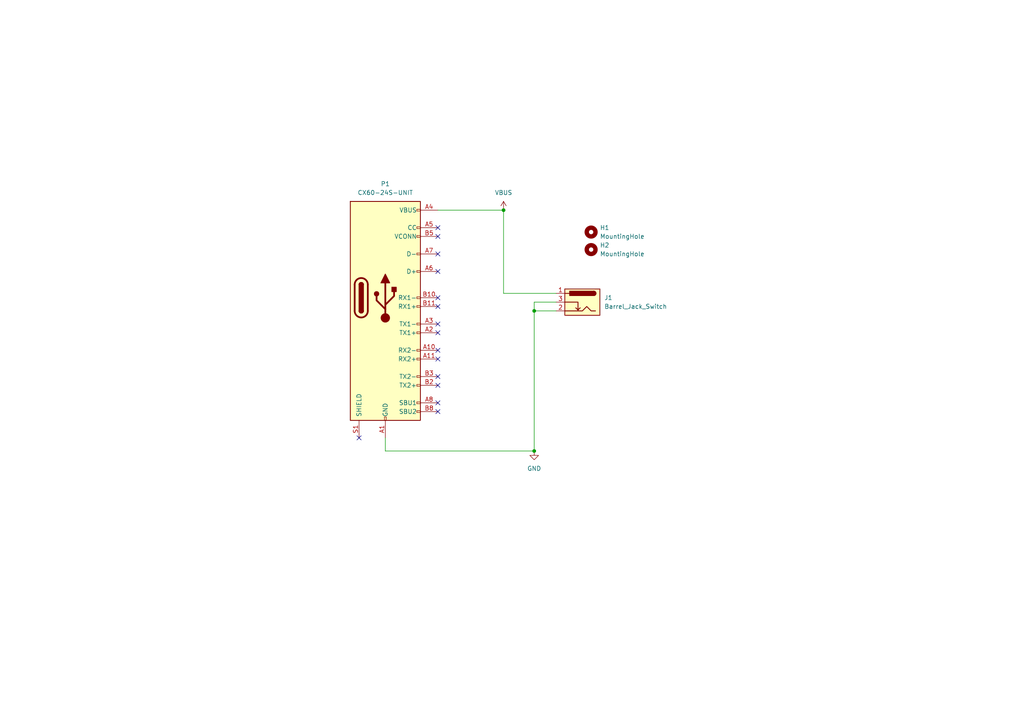
<source format=kicad_sch>
(kicad_sch (version 20211123) (generator eeschema)
  (paper "A4")
  (lib_symbols
    (symbol "Connector:Barrel_Jack_Switch" (pin_names hide)
      (property "Reference" "J" (at 0 5.334 0))
      (property "Value" "Barrel_Jack_Switch" (at 0 -5.08 0))
      (symbol "Barrel_Jack_Switch_0_1"
        (rectangle (start -5.08 3.81) (end 5.08 -3.81) (stroke (width 0.254)) (fill (type background)))
        (arc (start -3.302 3.175) (mid -3.937 2.54) (end -3.302 1.905) (stroke (width 0.254)))
        (arc (start -3.302 3.175) (mid -3.937 2.54) (end -3.302 1.905) (stroke (width 0.254)) (fill (type outline)))
        (polyline (pts (xy 1.27 -2.286) (xy 1.905 -1.651)) (stroke (width 0.254)))
        (polyline (pts (xy 5.08 2.54) (xy 3.81 2.54)) (stroke (width 0.254)))
        (polyline (pts (xy 5.08 0) (xy 1.27 0) (xy 1.27 -2.286) (xy 0.635 -1.651)) (stroke (width 0.254)))
        (polyline (pts (xy -3.81 -2.54) (xy -2.54 -2.54) (xy -1.27 -1.27) (xy 0 -2.54) (xy 2.54 -2.54) (xy 5.08 -2.54)) (stroke (width 0.254)))
        (rectangle (start 3.683 3.175) (end -3.302 1.905) (stroke (width 0.254)) (fill (type outline)))
      )
      (symbol "Barrel_Jack_Switch_1_1"
        (pin passive line (at 7.62 2.54 180) (length 2.54) (name "~") (number "1"))
        (pin passive line (at 7.62 -2.54 180) (length 2.54) (name "~") (number "2"))
        (pin passive line (at 7.62 0 180) (length 2.54) (name "~") (number "3"))
      )
    )
    (symbol "Connector:USB_C_Plug" (pin_names (offset 1.016))
      (property "Reference" "P" (at -10.16 29.21 0))
      (property "Value" "USB_C_Plug" (at 10.16 29.21 0))
      (symbol "USB_C_Plug_0_0"
        (rectangle (start -0.254 -35.56) (end 0.254 -34.544))
        (rectangle (start 10.16 -32.766) (end 9.144 -33.274))
        (rectangle (start 10.16 -30.226) (end 9.144 -30.734))
        (rectangle (start 10.16 -25.146) (end 9.144 -25.654))
        (rectangle (start 10.16 -22.606) (end 9.144 -23.114))
        (rectangle (start 10.16 -17.526) (end 9.144 -18.034))
        (rectangle (start 10.16 -14.986) (end 9.144 -15.494))
        (rectangle (start 10.16 -9.906) (end 9.144 -10.414))
        (rectangle (start 10.16 -7.366) (end 9.144 -7.874))
        (rectangle (start 10.16 -2.286) (end 9.144 -2.794))
        (rectangle (start 10.16 0.254) (end 9.144 -0.254))
        (rectangle (start 10.16 7.874) (end 9.144 7.366))
        (rectangle (start 10.16 12.954) (end 9.144 12.446))
        (rectangle (start 10.16 18.034) (end 9.144 17.526))
        (rectangle (start 10.16 20.574) (end 9.144 20.066))
        (rectangle (start 10.16 25.654) (end 9.144 25.146))
      )
      (symbol "USB_C_Plug_0_1"
        (rectangle (start -10.16 27.94) (end 10.16 -35.56) (stroke (width 0.254)) (fill (type background)))
        (arc (start -8.89 -3.81) (mid -6.985 -5.715) (end -5.08 -3.81) (stroke (width 0.508)))
        (arc (start -7.62 -3.81) (mid -6.985 -4.445) (end -6.35 -3.81) (stroke (width 0.254)))
        (arc (start -7.62 -3.81) (mid -6.985 -4.445) (end -6.35 -3.81) (stroke (width 0.254)) (fill (type outline)))
        (rectangle (start -7.62 -3.81) (end -6.35 3.81) (stroke (width 0.254)) (fill (type outline)))
        (arc (start -6.35 3.81) (mid -6.985 4.445) (end -7.62 3.81) (stroke (width 0.254)))
        (arc (start -6.35 3.81) (mid -6.985 4.445) (end -7.62 3.81) (stroke (width 0.254)) (fill (type outline)))
        (arc (start -5.08 3.81) (mid -6.985 5.715) (end -8.89 3.81) (stroke (width 0.508)))
        (polyline (pts (xy -8.89 -3.81) (xy -8.89 3.81)) (stroke (width 0.508)))
        (polyline (pts (xy -5.08 3.81) (xy -5.08 -3.81)) (stroke (width 0.508)))
      )
      (symbol "USB_C_Plug_1_1"
        (circle (center -2.54 1.143) (radius 0.635) (stroke (width 0.254)) (fill (type outline)))
        (circle (center 0 -5.842) (radius 1.27) (fill (type outline)))
        (polyline (pts (xy 0 -5.842) (xy 0 4.318)) (stroke (width 0.508)))
        (polyline (pts (xy 0 -3.302) (xy -2.54 -0.762) (xy -2.54 0.508)) (stroke (width 0.508)))
        (polyline (pts (xy 0 -2.032) (xy 2.54 0.508) (xy 2.54 1.778)) (stroke (width 0.508)))
        (polyline (pts (xy -1.27 4.318) (xy 0 6.858) (xy 1.27 4.318) (xy -1.27 4.318)) (stroke (width 0.254)) (fill (type outline)))
        (rectangle (start 1.905 1.778) (end 3.175 3.048) (stroke (width 0.254)) (fill (type outline)))
        (pin passive line (at 0 -40.64 90) (length 5.08) (name "GND") (number "A1"))
        (pin bidirectional line (at 15.24 -15.24 180) (length 5.08) (name "RX2-") (number "A10"))
        (pin bidirectional line (at 15.24 -17.78 180) (length 5.08) (name "RX2+") (number "A11"))
        (pin passive line (at 0 -40.64 90) (length 5.08) hide (name "GND") (number "A12"))
        (pin bidirectional line (at 15.24 -10.16 180) (length 5.08) (name "TX1+") (number "A2"))
        (pin bidirectional line (at 15.24 -7.62 180) (length 5.08) (name "TX1-") (number "A3"))
        (pin passive line (at 15.24 25.4 180) (length 5.08) (name "VBUS") (number "A4"))
        (pin bidirectional line (at 15.24 20.32 180) (length 5.08) (name "CC") (number "A5"))
        (pin bidirectional line (at 15.24 7.62 180) (length 5.08) (name "D+") (number "A6"))
        (pin bidirectional line (at 15.24 12.7 180) (length 5.08) (name "D-") (number "A7"))
        (pin bidirectional line (at 15.24 -30.48 180) (length 5.08) (name "SBU1") (number "A8"))
        (pin passive line (at 15.24 25.4 180) (length 5.08) hide (name "VBUS") (number "A9"))
        (pin passive line (at 0 -40.64 90) (length 5.08) hide (name "GND") (number "B1"))
        (pin bidirectional line (at 15.24 0 180) (length 5.08) (name "RX1-") (number "B10"))
        (pin bidirectional line (at 15.24 -2.54 180) (length 5.08) (name "RX1+") (number "B11"))
        (pin passive line (at 0 -40.64 90) (length 5.08) hide (name "GND") (number "B12"))
        (pin bidirectional line (at 15.24 -25.4 180) (length 5.08) (name "TX2+") (number "B2"))
        (pin bidirectional line (at 15.24 -22.86 180) (length 5.08) (name "TX2-") (number "B3"))
        (pin passive line (at 15.24 25.4 180) (length 5.08) hide (name "VBUS") (number "B4"))
        (pin bidirectional line (at 15.24 17.78 180) (length 5.08) (name "VCONN") (number "B5"))
        (pin bidirectional line (at 15.24 -33.02 180) (length 5.08) (name "SBU2") (number "B8"))
        (pin passive line (at 15.24 25.4 180) (length 5.08) hide (name "VBUS") (number "B9"))
        (pin passive line (at -7.62 -40.64 90) (length 5.08) (name "SHIELD") (number "S1"))
      )
    )
    (symbol "Mechanical:MountingHole" (pin_names (offset 1.016))
      (property "Reference" "H" (at 0 5.08 0))
      (property "Value" "MountingHole" (at 0 3.175 0))
      (symbol "MountingHole_0_1"
        (circle (center 0 0) (radius 1.27) (stroke (width 1.27)))
      )
    )
    (symbol "power:GND" (power) (pin_names (offset 0))
      (property "Value" "GND" (at 0 -3.81 0))
      (symbol "GND_0_1"
        (polyline (pts (xy 0 0) (xy 0 -1.27) (xy 1.27 -1.27) (xy 0 -2.54) (xy -1.27 -1.27) (xy 0 -1.27)))
      )
      (symbol "GND_1_1"
        (pin power_in line (at 0 0 270) (length 0) hide (name "GND") (number "1"))
      )
    )
    (symbol "power:VBUS" (power) (pin_names (offset 0))
      (property "Value" "VBUS" (at 0 3.81 0))
      (symbol "VBUS_0_1"
        (polyline (pts (xy -0.762 1.27) (xy 0 2.54)))
        (polyline (pts (xy 0 0) (xy 0 2.54)))
        (polyline (pts (xy 0 2.54) (xy 0.762 1.27)))
      )
      (symbol "VBUS_1_1"
        (pin power_in line (at 0 0 90) (length 0) hide (name "VBUS") (number "1"))
      )
    )
  )
  (junction (at 154.94 130.81))
  (junction (at 146.05 60.96))
  (junction (at 154.94 90.17))
  (no_connect (at 127 93.98))
  (no_connect (at 127 104.14))
  (no_connect (at 127 66.04))
  (no_connect (at 127 88.9))
  (no_connect (at 127 86.36))
  (no_connect (at 127 116.84))
  (no_connect (at 127 119.38))
  (no_connect (at 127 111.76))
  (no_connect (at 127 109.22))
  (no_connect (at 127 68.58))
  (no_connect (at 127 78.74))
  (no_connect (at 127 96.52))
  (no_connect (at 127 101.6))
  (no_connect (at 127 73.66))
  (no_connect (at 104.14 127))
  (wire (pts (xy 154.94 130.81) (xy 111.76 130.81)))
  (wire (pts (xy 154.94 87.63) (xy 154.94 90.17)))
  (wire (pts (xy 146.05 85.09) (xy 146.05 60.96)))
  (wire (pts (xy 161.29 87.63) (xy 154.94 87.63)))
  (wire (pts (xy 161.29 85.09) (xy 146.05 85.09)))
  (wire (pts (xy 161.29 90.17) (xy 154.94 90.17)))
  (wire (pts (xy 154.94 90.17) (xy 154.94 130.81)))
  (wire (pts (xy 111.76 130.81) (xy 111.76 127)))
  (wire (pts (xy 146.05 60.96) (xy 127 60.96)))
  (symbol (lib_id "Mechanical:MountingHole") (at 171.45 72.39 0) (unit 1)
    (property "Reference" "H2" (at 173.99 71.1199 0) (effects (justify left)))
    (property "Value" "MountingHole" (at 173.99 73.6599 0) (effects (justify left)))
    (property "Footprint" "MountingHole:MountingHole_2.2mm_M2" (effects hide))
  )
  (symbol (lib_id "Connector:Barrel_Jack_Switch") (at 168.91 87.63 0) (mirror y) (unit 1)
    (property "Reference" "J1" (at 175.26 86.3599 0) (effects (justify right)))
    (property "Value" "Barrel_Jack_Switch" (at 175.26 88.8999 0) (effects (justify right)))
    (property "Footprint" "Connector_BarrelJack:BarrelJack_Horizontal" (effects hide))
  )
  (symbol (lib_id "power:GND") (at 154.94 130.81 0) (unit 1)
    (property "Reference" "#PWR0102" (effects hide))
    (property "Value" "GND" (at 154.94 135.89 0))
  )
  (symbol (lib_id "power:VBUS") (at 146.05 60.96 0) (unit 1)
    (property "Reference" "#PWR0101" (effects hide))
    (property "Value" "VBUS" (at 146.05 55.88 0))
  )
  (symbol (lib_id "Mechanical:MountingHole") (at 171.45 67.31 0) (unit 1)
    (property "Reference" "H1" (at 173.99 66.0399 0) (effects (justify left)))
    (property "Value" "MountingHole" (at 173.99 68.5799 0) (effects (justify left)))
    (property "Footprint" "MountingHole:MountingHole_2.2mm_M2" (effects hide))
  )
  (symbol (lib_id "Connector:USB_C_Plug") (at 111.76 86.36 0) (unit 1)
    (property "Reference" "P1" (at 111.76 53.34 0))
    (property "Value" "CX60-24S-UNIT" (at 111.76 55.88 0))
    (property "Footprint" "footprints:HIROSE_CX60-24S-UNIT" (effects hide))
    (property "Datasheet" "https://www.usb.org/sites/default/files/documents/usb_type-c.zip" (effects hide))
  )
)
</source>
